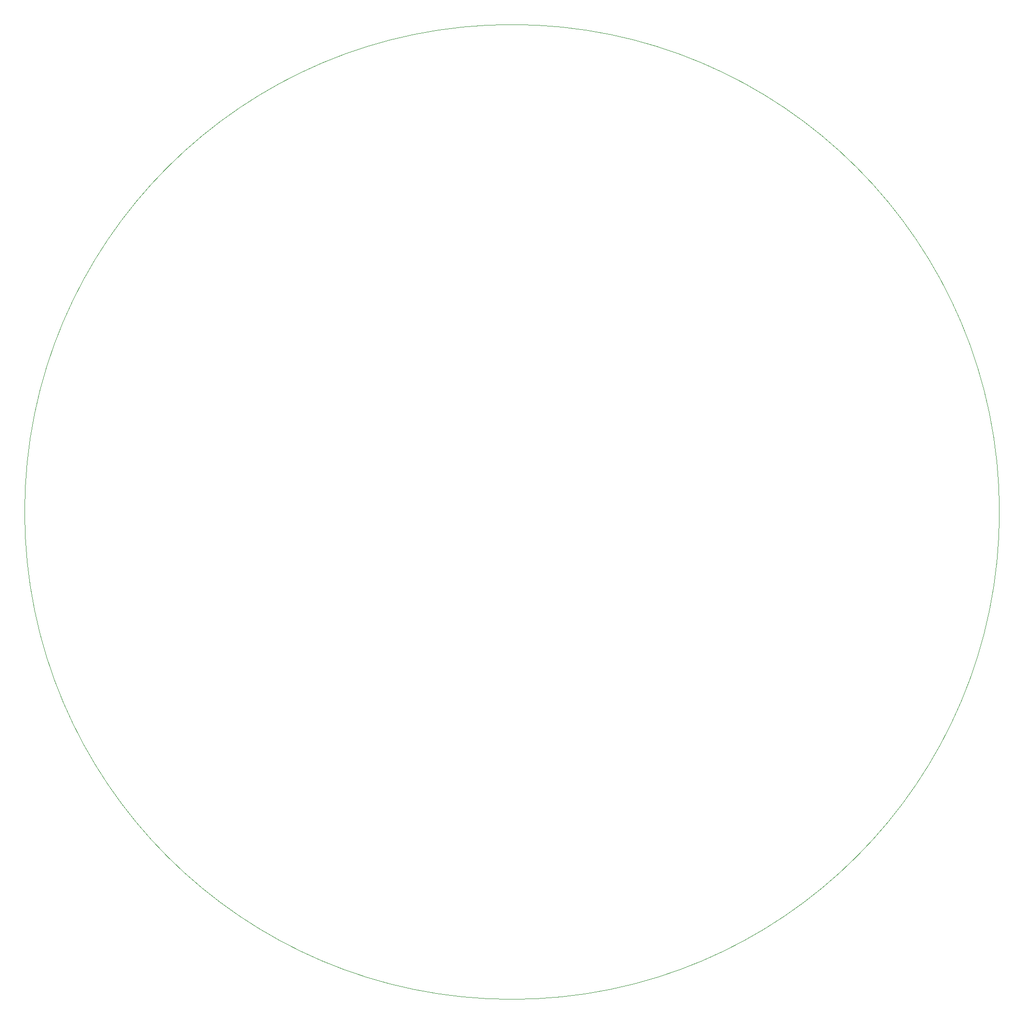
<source format=gbr>
%TF.GenerationSoftware,KiCad,Pcbnew,(6.0.10)*%
%TF.CreationDate,2023-04-24T22:32:33-04:00*%
%TF.ProjectId,waterwheel_synth_v2,77617465-7277-4686-9565-6c5f73796e74,rev?*%
%TF.SameCoordinates,Original*%
%TF.FileFunction,Profile,NP*%
%FSLAX46Y46*%
G04 Gerber Fmt 4.6, Leading zero omitted, Abs format (unit mm)*
G04 Created by KiCad (PCBNEW (6.0.10)) date 2023-04-24 22:32:33*
%MOMM*%
%LPD*%
G01*
G04 APERTURE LIST*
%TA.AperFunction,Profile*%
%ADD10C,0.100000*%
%TD*%
G04 APERTURE END LIST*
D10*
X215770811Y-102594400D02*
G75*
G03*
X215770811Y-102594400I-85833211J0D01*
G01*
M02*

</source>
